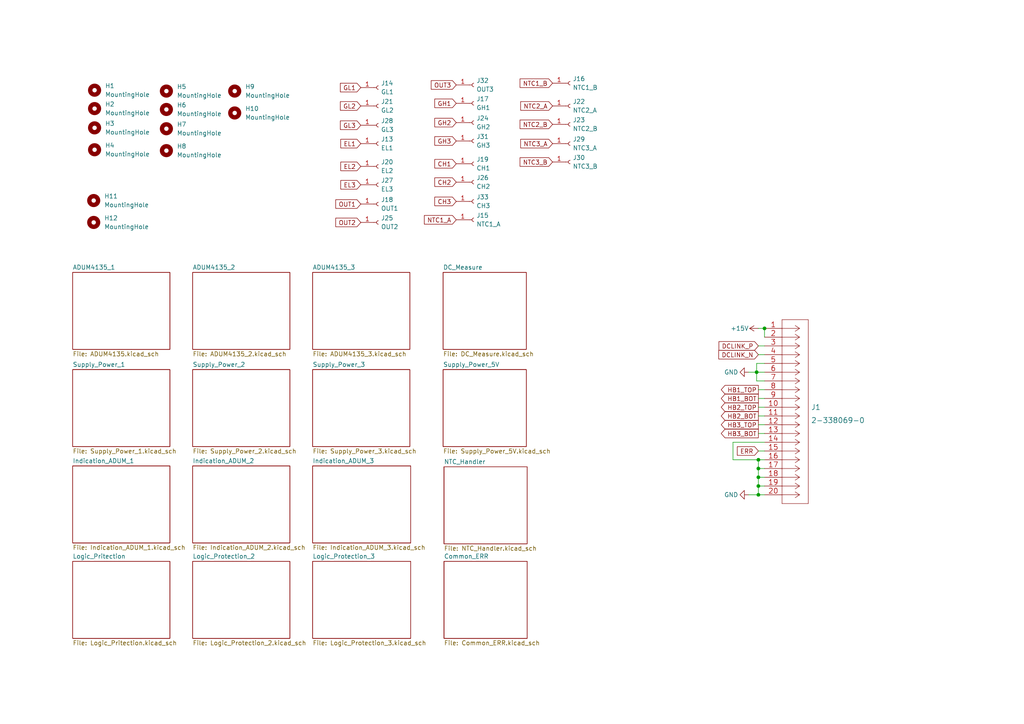
<source format=kicad_sch>
(kicad_sch (version 20211123) (generator eeschema)
  (paper "A4")
  (lib_symbols
    (symbol "Connector:Conn_01x01_Female" (pin_names (offset 1.016) hide)
      (property "Reference" "J" (at 0 2.54 0))
      (property "Value" "Conn_01x01_Female" (at 0 -2.54 0))
      (symbol "Conn_01x01_Female_1_1"
        (polyline (pts (xy -1.27 0) (xy -0.508 0)) (stroke (width 0.1524)))
        (arc (start 0 0.508) (mid -0.508 0) (end 0 -0.508) (stroke (width 0.1524)))
        (pin passive line (at -5.08 0 0) (length 3.81) (name "Pin_1") (number "1"))
      )
    )
    (symbol "Connector_My:2-338069-0" (pin_names (offset 0.254) hide)
      (property "Reference" "J" (at 8.89 6.35 0))
      (property "Value" "2-338069-0" (at 10.16 -53.594 0))
      (symbol "2-338069-0_1_1"
        (polyline (pts (xy 5.08 -50.8) (xy 12.7 -50.8)) (stroke (width 0.127)))
        (polyline (pts (xy 5.08 2.54) (xy 5.08 -50.8)) (stroke (width 0.127)))
        (polyline (pts (xy 10.16 -48.26) (xy 5.08 -48.26)) (stroke (width 0.127)))
        (polyline (pts (xy 10.16 -48.26) (xy 8.89 -49.0982)) (stroke (width 0.127)))
        (polyline (pts (xy 10.16 -48.26) (xy 8.89 -47.4218)) (stroke (width 0.127)))
        (polyline (pts (xy 10.16 -45.72) (xy 5.08 -45.72)) (stroke (width 0.127)))
        (polyline (pts (xy 10.16 -45.72) (xy 8.89 -46.5582)) (stroke (width 0.127)))
        (polyline (pts (xy 10.16 -45.72) (xy 8.89 -44.8818)) (stroke (width 0.127)))
        (polyline (pts (xy 10.16 -43.18) (xy 5.08 -43.18)) (stroke (width 0.127)))
        (polyline (pts (xy 10.16 -43.18) (xy 8.89 -44.0182)) (stroke (width 0.127)))
        (polyline (pts (xy 10.16 -43.18) (xy 8.89 -42.3418)) (stroke (width 0.127)))
        (polyline (pts (xy 10.16 -40.64) (xy 5.08 -40.64)) (stroke (width 0.127)))
        (polyline (pts (xy 10.16 -40.64) (xy 8.89 -41.4782)) (stroke (width 0.127)))
        (polyline (pts (xy 10.16 -40.64) (xy 8.89 -39.8018)) (stroke (width 0.127)))
        (polyline (pts (xy 10.16 -38.1) (xy 5.08 -38.1)) (stroke (width 0.127)))
        (polyline (pts (xy 10.16 -38.1) (xy 8.89 -38.9382)) (stroke (width 0.127)))
        (polyline (pts (xy 10.16 -38.1) (xy 8.89 -37.2618)) (stroke (width 0.127)))
        (polyline (pts (xy 10.16 -35.56) (xy 5.08 -35.56)) (stroke (width 0.127)))
        (polyline (pts (xy 10.16 -35.56) (xy 8.89 -36.3982)) (stroke (width 0.127)))
        (polyline (pts (xy 10.16 -35.56) (xy 8.89 -34.7218)) (stroke (width 0.127)))
        (polyline (pts (xy 10.16 -33.02) (xy 5.08 -33.02)) (stroke (width 0.127)))
        (polyline (pts (xy 10.16 -33.02) (xy 8.89 -33.8582)) (stroke (width 0.127)))
        (polyline (pts (xy 10.16 -33.02) (xy 8.89 -32.1818)) (stroke (width 0.127)))
        (polyline (pts (xy 10.16 -30.48) (xy 5.08 -30.48)) (stroke (width 0.127)))
        (polyline (pts (xy 10.16 -30.48) (xy 8.89 -31.3182)) (stroke (width 0.127)))
        (polyline (pts (xy 10.16 -30.48) (xy 8.89 -29.6418)) (stroke (width 0.127)))
        (polyline (pts (xy 10.16 -27.94) (xy 5.08 -27.94)) (stroke (width 0.127)))
        (polyline (pts (xy 10.16 -27.94) (xy 8.89 -28.7782)) (stroke (width 0.127)))
        (polyline (pts (xy 10.16 -27.94) (xy 8.89 -27.1018)) (stroke (width 0.127)))
        (polyline (pts (xy 10.16 -25.4) (xy 5.08 -25.4)) (stroke (width 0.127)))
        (polyline (pts (xy 10.16 -25.4) (xy 8.89 -26.2382)) (stroke (width 0.127)))
        (polyline (pts (xy 10.16 -25.4) (xy 8.89 -24.5618)) (stroke (width 0.127)))
        (polyline (pts (xy 10.16 -22.86) (xy 5.08 -22.86)) (stroke (width 0.127)))
        (polyline (pts (xy 10.16 -22.86) (xy 8.89 -23.6982)) (stroke (width 0.127)))
        (polyline (pts (xy 10.16 -22.86) (xy 8.89 -22.0218)) (stroke (width 0.127)))
        (polyline (pts (xy 10.16 -20.32) (xy 5.08 -20.32)) (stroke (width 0.127)))
        (polyline (pts (xy 10.16 -20.32) (xy 8.89 -21.1582)) (stroke (width 0.127)))
        (polyline (pts (xy 10.16 -20.32) (xy 8.89 -19.4818)) (stroke (width 0.127)))
        (polyline (pts (xy 10.16 -17.78) (xy 5.08 -17.78)) (stroke (width 0.127)))
        (polyline (pts (xy 10.16 -17.78) (xy 8.89 -18.6182)) (stroke (width 0.127)))
        (polyline (pts (xy 10.16 -17.78) (xy 8.89 -16.9418)) (stroke (width 0.127)))
        (polyline (pts (xy 10.16 -15.24) (xy 5.08 -15.24)) (stroke (width 0.127)))
        (polyline (pts (xy 10.16 -15.24) (xy 8.89 -16.0782)) (stroke (width 0.127)))
        (polyline (pts (xy 10.16 -15.24) (xy 8.89 -14.4018)) (stroke (width 0.127)))
        (polyline (pts (xy 10.16 -12.7) (xy 5.08 -12.7)) (stroke (width 0.127)))
        (polyline (pts (xy 10.16 -12.7) (xy 8.89 -13.5382)) (stroke (width 0.127)))
        (polyline (pts (xy 10.16 -12.7) (xy 8.89 -11.8618)) (stroke (width 0.127)))
        (polyline (pts (xy 10.16 -10.16) (xy 5.08 -10.16)) (stroke (width 0.127)))
        (polyline (pts (xy 10.16 -10.16) (xy 8.89 -10.9982)) (stroke (width 0.127)))
        (polyline (pts (xy 10.16 -10.16) (xy 8.89 -9.3218)) (stroke (width 0.127)))
        (polyline (pts (xy 10.16 -7.62) (xy 5.08 -7.62)) (stroke (width 0.127)))
        (polyline (pts (xy 10.16 -7.62) (xy 8.89 -8.4582)) (stroke (width 0.127)))
        (polyline (pts (xy 10.16 -7.62) (xy 8.89 -6.7818)) (stroke (width 0.127)))
        (polyline (pts (xy 10.16 -5.08) (xy 5.08 -5.08)) (stroke (width 0.127)))
        (polyline (pts (xy 10.16 -5.08) (xy 8.89 -5.9182)) (stroke (width 0.127)))
        (polyline (pts (xy 10.16 -5.08) (xy 8.89 -4.2418)) (stroke (width 0.127)))
        (polyline (pts (xy 10.16 -2.54) (xy 5.08 -2.54)) (stroke (width 0.127)))
        (polyline (pts (xy 10.16 -2.54) (xy 8.89 -3.3782)) (stroke (width 0.127)))
        (polyline (pts (xy 10.16 -2.54) (xy 8.89 -1.7018)) (stroke (width 0.127)))
        (polyline (pts (xy 10.16 0) (xy 5.08 0)) (stroke (width 0.127)))
        (polyline (pts (xy 10.16 0) (xy 8.89 -0.8382)) (stroke (width 0.127)))
        (polyline (pts (xy 10.16 0) (xy 8.89 0.8382)) (stroke (width 0.127)))
        (polyline (pts (xy 12.7 -50.8) (xy 12.7 2.54)) (stroke (width 0.127)))
        (polyline (pts (xy 12.7 2.54) (xy 5.08 2.54)) (stroke (width 0.127)))
        (pin unspecified line (at 0 0 0) (length 5.08) (name "1") (number "1"))
        (pin unspecified line (at 0 -22.86 0) (length 5.08) (name "10") (number "10"))
        (pin unspecified line (at 0 -25.4 0) (length 5.08) (name "11") (number "11"))
        (pin unspecified line (at 0 -27.94 0) (length 5.08) (name "12") (number "12"))
        (pin unspecified line (at 0 -30.48 0) (length 5.08) (name "13") (number "13"))
        (pin unspecified line (at 0 -33.02 0) (length 5.08) (name "14") (number "14"))
        (pin unspecified line (at 0 -35.56 0) (length 5.08) (name "15") (number "15"))
        (pin unspecified line (at 0 -38.1 0) (length 5.08) (name "16") (number "16"))
        (pin unspecified line (at 0 -40.64 0) (length 5.08) (name "17") (number "17"))
        (pin unspecified line (at 0 -43.18 0) (length 5.08) (name "18") (number "18"))
        (pin unspecified line (at 0 -45.72 0) (length 5.08) (name "19") (number "19"))
        (pin unspecified line (at 0 -2.54 0) (length 5.08) (name "2") (number "2"))
        (pin unspecified line (at 0 -48.26 0) (length 5.08) (name "20") (number "20"))
        (pin unspecified line (at 0 -5.08 0) (length 5.08) (name "3") (number "3"))
        (pin unspecified line (at 0 -7.62 0) (length 5.08) (name "4") (number "4"))
        (pin unspecified line (at 0 -10.16 0) (length 5.08) (name "5") (number "5"))
        (pin unspecified line (at 0 -12.7 0) (length 5.08) (name "6") (number "6"))
        (pin unspecified line (at 0 -15.24 0) (length 5.08) (name "7") (number "7"))
        (pin unspecified line (at 0 -17.78 0) (length 5.08) (name "8") (number "8"))
        (pin unspecified line (at 0 -20.32 0) (length 5.08) (name "9") (number "9"))
      )
    )
    (symbol "Mechanical:MountingHole" (pin_names (offset 1.016))
      (property "Reference" "H" (at 0 5.08 0))
      (property "Value" "MountingHole" (at 0 3.175 0))
      (symbol "MountingHole_0_1"
        (circle (center 0 0) (radius 1.27) (stroke (width 1.27)))
      )
    )
    (symbol "power:+15V" (power) (pin_names (offset 0))
      (property "Value" "+15V" (at 0 3.556 0))
      (symbol "+15V_0_1"
        (polyline (pts (xy -0.762 1.27) (xy 0 2.54)))
        (polyline (pts (xy 0 0) (xy 0 2.54)))
        (polyline (pts (xy 0 2.54) (xy 0.762 1.27)))
      )
      (symbol "+15V_1_1"
        (pin power_in line (at 0 0 90) (length 0) hide (name "+15V") (number "1"))
      )
    )
    (symbol "power:GND" (power) (pin_names (offset 0))
      (property "Value" "GND" (at 0 -3.81 0))
      (symbol "GND_0_1"
        (polyline (pts (xy 0 0) (xy 0 -1.27) (xy 1.27 -1.27) (xy 0 -2.54) (xy -1.27 -1.27) (xy 0 -1.27)))
      )
      (symbol "GND_1_1"
        (pin power_in line (at 0 0 270) (length 0) hide (name "GND") (number "1"))
      )
    )
  )
  (junction (at 219.456 107.95))
  (junction (at 219.964 140.97))
  (junction (at 219.964 135.89))
  (junction (at 221.742 95.25))
  (junction (at 219.964 138.43))
  (junction (at 219.964 143.51))
  (junction (at 219.964 133.35))
  (wire (pts (xy 221.742 128.27) (xy 212.598 128.27)))
  (wire (pts (xy 219.964 123.19) (xy 221.742 123.19)))
  (wire (pts (xy 221.742 138.43) (xy 219.964 138.43)))
  (wire (pts (xy 219.964 135.89) (xy 219.964 138.43)))
  (wire (pts (xy 212.598 133.35) (xy 219.964 133.35)))
  (wire (pts (xy 219.964 100.33) (xy 221.742 100.33)))
  (wire (pts (xy 219.456 110.49) (xy 219.456 107.95)))
  (wire (pts (xy 217.17 143.51) (xy 219.964 143.51)))
  (wire (pts (xy 221.742 95.25) (xy 221.742 97.79)))
  (wire (pts (xy 219.964 113.03) (xy 221.742 113.03)))
  (wire (pts (xy 217.17 107.95) (xy 219.456 107.95)))
  (wire (pts (xy 221.742 133.35) (xy 219.964 133.35)))
  (wire (pts (xy 221.742 110.49) (xy 219.456 110.49)))
  (wire (pts (xy 219.964 115.57) (xy 221.742 115.57)))
  (wire (pts (xy 221.742 105.41) (xy 219.456 105.41)))
  (wire (pts (xy 219.964 140.97) (xy 219.964 143.51)))
  (wire (pts (xy 219.964 143.51) (xy 221.742 143.51)))
  (wire (pts (xy 221.742 140.97) (xy 219.964 140.97)))
  (wire (pts (xy 219.964 138.43) (xy 219.964 140.97)))
  (wire (pts (xy 219.964 118.11) (xy 221.742 118.11)))
  (wire (pts (xy 219.456 105.41) (xy 219.456 107.95)))
  (wire (pts (xy 219.964 120.65) (xy 221.742 120.65)))
  (wire (pts (xy 221.742 135.89) (xy 219.964 135.89)))
  (wire (pts (xy 219.964 102.87) (xy 221.742 102.87)))
  (wire (pts (xy 212.598 128.27) (xy 212.598 133.35)))
  (wire (pts (xy 219.456 107.95) (xy 221.742 107.95)))
  (wire (pts (xy 219.964 133.35) (xy 219.964 135.89)))
  (wire (pts (xy 219.964 130.81) (xy 221.742 130.81)))
  (wire (pts (xy 219.964 95.25) (xy 221.742 95.25)))
  (wire (pts (xy 219.964 125.73) (xy 221.742 125.73)))
  (global_label "ERR" (shape input) (at 219.964 130.81 180) (property "Intersheet References" "${INTERSHEET_REFS}" (effects hide)))
  (global_label "CH1" (shape input) (at 132.334 47.498 180) (property "Intersheet References" "${INTERSHEET_REFS}" (effects hide)))
  (global_label "HB3_TOP" (shape output) (at 219.964 123.19 180) (property "Intersheet References" "${INTERSHEET_REFS}" (effects hide)))
  (global_label "OUT1" (shape input) (at 104.648 59.182 180) (property "Intersheet References" "${INTERSHEET_REFS}" (effects hide)))
  (global_label "NTC1_B" (shape input) (at 160.274 24.13 180) (property "Intersheet References" "${INTERSHEET_REFS}" (effects hide)))
  (global_label "EL1" (shape input) (at 104.648 41.656 180) (property "Intersheet References" "${INTERSHEET_REFS}" (effects hide)))
  (global_label "DCLINK_P" (shape input) (at 219.964 100.33 180) (property "Intersheet References" "${INTERSHEET_REFS}" (effects hide)))
  (global_label "GH2" (shape input) (at 132.334 35.56 180) (property "Intersheet References" "${INTERSHEET_REFS}" (effects hide)))
  (global_label "GL3" (shape input) (at 104.648 36.322 180) (property "Intersheet References" "${INTERSHEET_REFS}" (effects hide)))
  (global_label "GH3" (shape input) (at 132.334 40.894 180) (property "Intersheet References" "${INTERSHEET_REFS}" (effects hide)))
  (global_label "OUT3" (shape input) (at 132.334 24.638 180) (property "Intersheet References" "${INTERSHEET_REFS}" (effects hide)))
  (global_label "HB1_TOP" (shape output) (at 219.964 113.03 180) (property "Intersheet References" "${INTERSHEET_REFS}" (effects hide)))
  (global_label "NTC3_A" (shape input) (at 160.274 41.656 180) (property "Intersheet References" "${INTERSHEET_REFS}" (effects hide)))
  (global_label "NTC3_B" (shape input) (at 160.274 46.99 180) (property "Intersheet References" "${INTERSHEET_REFS}" (effects hide)))
  (global_label "EL2" (shape input) (at 104.648 48.26 180) (property "Intersheet References" "${INTERSHEET_REFS}" (effects hide)))
  (global_label "NTC2_A" (shape input) (at 160.274 30.734 180) (property "Intersheet References" "${INTERSHEET_REFS}" (effects hide)))
  (global_label "OUT2" (shape input) (at 104.648 64.516 180) (property "Intersheet References" "${INTERSHEET_REFS}" (effects hide)))
  (global_label "CH3" (shape input) (at 132.334 58.42 180) (property "Intersheet References" "${INTERSHEET_REFS}" (effects hide)))
  (global_label "HB3_BOT" (shape output) (at 219.964 125.73 180) (property "Intersheet References" "${INTERSHEET_REFS}" (effects hide)))
  (global_label "HB2_TOP" (shape output) (at 219.964 118.11 180) (property "Intersheet References" "${INTERSHEET_REFS}" (effects hide)))
  (global_label "HB1_BOT" (shape output) (at 219.964 115.57 180) (property "Intersheet References" "${INTERSHEET_REFS}" (effects hide)))
  (global_label "NTC2_B" (shape input) (at 160.274 36.068 180) (property "Intersheet References" "${INTERSHEET_REFS}" (effects hide)))
  (global_label "NTC1_A" (shape input) (at 132.334 63.754 180) (property "Intersheet References" "${INTERSHEET_REFS}" (effects hide)))
  (global_label "HB2_BOT" (shape output) (at 219.964 120.65 180) (property "Intersheet References" "${INTERSHEET_REFS}" (effects hide)))
  (global_label "EL3" (shape input) (at 104.648 53.594 180) (property "Intersheet References" "${INTERSHEET_REFS}" (effects hide)))
  (global_label "GL1" (shape input) (at 104.648 25.4 180) (property "Intersheet References" "${INTERSHEET_REFS}" (effects hide)))
  (global_label "GL2" (shape input) (at 104.648 30.734 180) (property "Intersheet References" "${INTERSHEET_REFS}" (effects hide)))
  (global_label "DCLINK_N" (shape input) (at 219.964 102.87 180) (property "Intersheet References" "${INTERSHEET_REFS}" (effects hide)))
  (global_label "CH2" (shape input) (at 132.334 52.832 180) (property "Intersheet References" "${INTERSHEET_REFS}" (effects hide)))
  (global_label "GH1" (shape input) (at 132.334 29.972 180) (property "Intersheet References" "${INTERSHEET_REFS}" (effects hide)))
  (symbol (lib_id "Mechanical:MountingHole") (at 27.178 64.516 0) (unit 1)
    (property "Reference" "H12" (at 30.226 63.2459 0) (effects (justify left)))
    (property "Value" "MountingHole" (at 30.226 65.7859 0) (effects (justify left)))
    (property "Footprint" "MountingHole:MountingHole_4.3mm_M4" (effects hide))
  )
  (symbol (lib_id "Connector:Conn_01x01_Female") (at 109.728 53.594 0) (unit 1)
    (property "Reference" "J27" (at 110.49 52.3239 0) (effects (justify left)))
    (property "Value" "EL3" (at 110.49 54.8639 0) (effects (justify left)))
    (property "Footprint" "SKiM459GD12E4 V2_smd:SKiM459GD12E4 V2_SMD_Pin" (effects hide))
  )
  (symbol (lib_id "Mechanical:MountingHole") (at 27.432 37.084 0) (unit 1)
    (property "Reference" "H3" (at 30.48 35.8139 0) (effects (justify left)))
    (property "Value" "MountingHole" (at 30.48 38.3539 0) (effects (justify left)))
    (property "Footprint" "MountingHole:MountingHole_3.2mm_M3" (effects hide))
  )
  (symbol (lib_id "Connector:Conn_01x01_Female") (at 109.728 36.322 0) (unit 1)
    (property "Reference" "J28" (at 110.49 35.0519 0) (effects (justify left)))
    (property "Value" "GL3" (at 110.49 37.5919 0) (effects (justify left)))
    (property "Footprint" "SKiM459GD12E4 V2_smd:SKiM459GD12E4 V2_SMD_Pin" (effects hide))
  )
  (symbol (lib_id "Connector:Conn_01x01_Female") (at 109.728 30.734 0) (unit 1)
    (property "Reference" "J21" (at 110.49 29.4639 0) (effects (justify left)))
    (property "Value" "GL2" (at 110.49 32.0039 0) (effects (justify left)))
    (property "Footprint" "SKiM459GD12E4 V2_smd:SKiM459GD12E4 V2_SMD_Pin" (effects hide))
  )
  (symbol (lib_id "Mechanical:MountingHole") (at 27.178 58.166 0) (unit 1)
    (property "Reference" "H11" (at 30.226 56.8959 0) (effects (justify left)))
    (property "Value" "MountingHole" (at 30.226 59.4359 0) (effects (justify left)))
    (property "Footprint" "MountingHole:MountingHole_4.3mm_M4" (effects hide))
  )
  (symbol (lib_id "Connector:Conn_01x01_Female") (at 165.354 30.734 0) (unit 1)
    (property "Reference" "J22" (at 166.116 29.4639 0) (effects (justify left)))
    (property "Value" "NTC2_A" (at 166.116 32.0039 0) (effects (justify left)))
    (property "Footprint" "SKiM459GD12E4 V2_smd:SKiM459GD12E4 V2_SMD_Pin" (effects hide))
  )
  (symbol (lib_id "Connector_My:2-338069-0") (at 221.742 95.25 0) (unit 1)
    (property "Reference" "J1" (at 235.204 118.11 0) (effects (font (size 1.524 1.524)) (justify left)))
    (property "Value" "2-338069-0" (at 235.204 121.92 0) (effects (font (size 1.524 1.524)) (justify left)))
    (property "Footprint" "Connector_My:2-338069-0" (effects hide))
  )
  (symbol (lib_id "Connector:Conn_01x01_Female") (at 165.354 24.13 0) (unit 1)
    (property "Reference" "J16" (at 166.116 22.8599 0) (effects (justify left)))
    (property "Value" "NTC1_B" (at 166.116 25.3999 0) (effects (justify left)))
    (property "Footprint" "SKiM459GD12E4 V2_smd:SKiM459GD12E4 V2_SMD_Pin" (effects hide))
  )
  (symbol (lib_id "Connector:Conn_01x01_Female") (at 165.354 36.068 0) (unit 1)
    (property "Reference" "J23" (at 166.116 34.7979 0) (effects (justify left)))
    (property "Value" "NTC2_B" (at 166.116 37.3379 0) (effects (justify left)))
    (property "Footprint" "SKiM459GD12E4 V2_smd:SKiM459GD12E4 V2_SMD_Pin" (effects hide))
  )
  (symbol (lib_id "Mechanical:MountingHole") (at 68.072 26.416 0) (unit 1)
    (property "Reference" "H9" (at 71.12 25.1459 0) (effects (justify left)))
    (property "Value" "MountingHole" (at 71.12 27.6859 0) (effects (justify left)))
    (property "Footprint" "MountingHole:MountingHole_3.2mm_M3" (effects hide))
  )
  (symbol (lib_id "power:+15V") (at 219.964 95.25 90) (unit 1)
    (property "Reference" "#PWR0213" (effects hide))
    (property "Value" "+15V" (at 217.17 95.25 90) (effects (justify left)))
  )
  (symbol (lib_id "Connector:Conn_01x01_Female") (at 137.414 58.42 0) (unit 1)
    (property "Reference" "J33" (at 138.176 57.1499 0) (effects (justify left)))
    (property "Value" "CH3" (at 138.176 59.6899 0) (effects (justify left)))
    (property "Footprint" "SKiM459GD12E4 V2_smd:SKiM459GD12E4 V2_SMD_Pin" (effects hide))
  )
  (symbol (lib_id "Connector:Conn_01x01_Female") (at 137.414 47.498 0) (unit 1)
    (property "Reference" "J19" (at 138.176 46.2279 0) (effects (justify left)))
    (property "Value" "CH1" (at 138.176 48.7679 0) (effects (justify left)))
    (property "Footprint" "SKiM459GD12E4 V2_smd:SKiM459GD12E4 V2_SMD_Pin" (effects hide))
  )
  (symbol (lib_id "Mechanical:MountingHole") (at 48.26 31.75 0) (unit 1)
    (property "Reference" "H6" (at 51.308 30.4799 0) (effects (justify left)))
    (property "Value" "MountingHole" (at 51.308 33.0199 0) (effects (justify left)))
    (property "Footprint" "MountingHole:MountingHole_3.2mm_M3" (effects hide))
  )
  (symbol (lib_id "Connector:Conn_01x01_Female") (at 137.414 35.56 0) (unit 1)
    (property "Reference" "J24" (at 138.176 34.2899 0) (effects (justify left)))
    (property "Value" "GH2" (at 138.176 36.8299 0) (effects (justify left)))
    (property "Footprint" "SKiM459GD12E4 V2_smd:SKiM459GD12E4 V2_SMD_Pin" (effects hide))
  )
  (symbol (lib_id "Connector:Conn_01x01_Female") (at 165.354 41.656 0) (unit 1)
    (property "Reference" "J29" (at 166.116 40.3859 0) (effects (justify left)))
    (property "Value" "NTC3_A" (at 166.116 42.9259 0) (effects (justify left)))
    (property "Footprint" "SKiM459GD12E4 V2_smd:SKiM459GD12E4 V2_SMD_Pin" (effects hide))
  )
  (symbol (lib_id "Mechanical:MountingHole") (at 27.432 43.434 0) (unit 1)
    (property "Reference" "H4" (at 30.48 42.1639 0) (effects (justify left)))
    (property "Value" "MountingHole" (at 30.48 44.7039 0) (effects (justify left)))
    (property "Footprint" "MountingHole:MountingHole_3.2mm_M3" (effects hide))
  )
  (symbol (lib_id "Connector:Conn_01x01_Female") (at 109.728 25.4 0) (unit 1)
    (property "Reference" "J14" (at 110.49 24.1299 0) (effects (justify left)))
    (property "Value" "GL1" (at 110.49 26.6699 0) (effects (justify left)))
    (property "Footprint" "SKiM459GD12E4 V2_smd:SKiM459GD12E4 V2_SMD_Pin" (effects hide))
  )
  (symbol (lib_id "Mechanical:MountingHole") (at 27.432 26.162 0) (unit 1)
    (property "Reference" "H1" (at 30.48 24.8919 0) (effects (justify left)))
    (property "Value" "MountingHole" (at 30.48 27.4319 0) (effects (justify left)))
    (property "Footprint" "MountingHole:MountingHole_3.2mm_M3" (effects hide))
  )
  (symbol (lib_id "Connector:Conn_01x01_Female") (at 137.414 40.894 0) (unit 1)
    (property "Reference" "J31" (at 138.176 39.6239 0) (effects (justify left)))
    (property "Value" "GH3" (at 138.176 42.1639 0) (effects (justify left)))
    (property "Footprint" "SKiM459GD12E4 V2_smd:SKiM459GD12E4 V2_SMD_Pin" (effects hide))
  )
  (symbol (lib_id "Connector:Conn_01x01_Female") (at 137.414 52.832 0) (unit 1)
    (property "Reference" "J26" (at 138.176 51.5619 0) (effects (justify left)))
    (property "Value" "CH2" (at 138.176 54.1019 0) (effects (justify left)))
    (property "Footprint" "SKiM459GD12E4 V2_smd:SKiM459GD12E4 V2_SMD_Pin" (effects hide))
  )
  (symbol (lib_id "Mechanical:MountingHole") (at 48.26 26.416 0) (unit 1)
    (property "Reference" "H5" (at 51.308 25.1459 0) (effects (justify left)))
    (property "Value" "MountingHole" (at 51.308 27.6859 0) (effects (justify left)))
    (property "Footprint" "MountingHole:MountingHole_3.2mm_M3" (effects hide))
  )
  (symbol (lib_id "power:GND") (at 217.17 107.95 270) (unit 1)
    (property "Reference" "#PWR0212" (effects hide))
    (property "Value" "GND" (at 214.122 107.95 90) (effects (justify right)))
  )
  (symbol (lib_id "power:GND") (at 217.17 143.51 270) (unit 1)
    (property "Reference" "#PWR0211" (effects hide))
    (property "Value" "GND" (at 214.122 143.51 90) (effects (justify right)))
  )
  (symbol (lib_id "Mechanical:MountingHole") (at 27.432 31.496 0) (unit 1)
    (property "Reference" "H2" (at 30.48 30.2259 0) (effects (justify left)))
    (property "Value" "MountingHole" (at 30.48 32.7659 0) (effects (justify left)))
    (property "Footprint" "MountingHole:MountingHole_3.2mm_M3" (effects hide))
  )
  (symbol (lib_id "Connector:Conn_01x01_Female") (at 109.728 41.656 0) (unit 1)
    (property "Reference" "J13" (at 110.49 40.3859 0) (effects (justify left)))
    (property "Value" "EL1" (at 110.49 42.9259 0) (effects (justify left)))
    (property "Footprint" "SKiM459GD12E4 V2_smd:SKiM459GD12E4 V2_SMD_Pin" (effects hide))
  )
  (symbol (lib_id "Connector:Conn_01x01_Female") (at 137.414 29.972 0) (unit 1)
    (property "Reference" "J17" (at 138.176 28.7019 0) (effects (justify left)))
    (property "Value" "GH1" (at 138.176 31.2419 0) (effects (justify left)))
    (property "Footprint" "SKiM459GD12E4 V2_smd:SKiM459GD12E4 V2_SMD_Pin" (effects hide))
  )
  (symbol (lib_id "Connector:Conn_01x01_Female") (at 109.728 59.182 0) (unit 1)
    (property "Reference" "J18" (at 110.49 57.9119 0) (effects (justify left)))
    (property "Value" "OUT1" (at 110.49 60.4519 0) (effects (justify left)))
    (property "Footprint" "SKiM459GD12E4 V2_smd:SKiM459GD12E4 V2_SMD_Pin" (effects hide))
  )
  (symbol (lib_id "Mechanical:MountingHole") (at 68.072 32.766 0) (unit 1)
    (property "Reference" "H10" (at 71.12 31.4959 0) (effects (justify left)))
    (property "Value" "MountingHole" (at 71.12 34.0359 0) (effects (justify left)))
    (property "Footprint" "MountingHole:MountingHole_3.2mm_M3" (effects hide))
  )
  (symbol (lib_id "Mechanical:MountingHole") (at 48.26 43.688 0) (unit 1)
    (property "Reference" "H8" (at 51.308 42.4179 0) (effects (justify left)))
    (property "Value" "MountingHole" (at 51.308 44.9579 0) (effects (justify left)))
    (property "Footprint" "MountingHole:MountingHole_3.2mm_M3" (effects hide))
  )
  (symbol (lib_id "Connector:Conn_01x01_Female") (at 109.728 48.26 0) (unit 1)
    (property "Reference" "J20" (at 110.49 46.9899 0) (effects (justify left)))
    (property "Value" "EL2" (at 110.49 49.5299 0) (effects (justify left)))
    (property "Footprint" "SKiM459GD12E4 V2_smd:SKiM459GD12E4 V2_SMD_Pin" (effects hide))
  )
  (symbol (lib_id "Connector:Conn_01x01_Female") (at 137.414 63.754 0) (unit 1)
    (property "Reference" "J15" (at 138.176 62.4839 0) (effects (justify left)))
    (property "Value" "NTC1_A" (at 138.176 65.0239 0) (effects (justify left)))
    (property "Footprint" "SKiM459GD12E4 V2_smd:SKiM459GD12E4 V2_SMD_Pin" (effects hide))
  )
  (symbol (lib_id "Connector:Conn_01x01_Female") (at 109.728 64.516 0) (unit 1)
    (property "Reference" "J25" (at 110.49 63.2459 0) (effects (justify left)))
    (property "Value" "OUT2" (at 110.49 65.7859 0) (effects (justify left)))
    (property "Footprint" "SKiM459GD12E4 V2_smd:SKiM459GD12E4 V2_SMD_Pin" (effects hide))
  )
  (symbol (lib_id "Connector:Conn_01x01_Female") (at 165.354 46.99 0) (unit 1)
    (property "Reference" "J30" (at 166.116 45.7199 0) (effects (justify left)))
    (property "Value" "NTC3_B" (at 166.116 48.2599 0) (effects (justify left)))
    (property "Footprint" "SKiM459GD12E4 V2_smd:SKiM459GD12E4 V2_SMD_Pin" (effects hide))
  )
  (symbol (lib_id "Mechanical:MountingHole") (at 48.26 37.338 0) (unit 1)
    (property "Reference" "H7" (at 51.308 36.0679 0) (effects (justify left)))
    (property "Value" "MountingHole" (at 51.308 38.6079 0) (effects (justify left)))
    (property "Footprint" "MountingHole:MountingHole_3.2mm_M3" (effects hide))
  )
  (symbol (lib_id "Connector:Conn_01x01_Female") (at 137.414 24.638 0) (unit 1)
    (property "Reference" "J32" (at 138.176 23.3679 0) (effects (justify left)))
    (property "Value" "OUT3" (at 138.176 25.9079 0) (effects (justify left)))
    (property "Footprint" "SKiM459GD12E4 V2_smd:SKiM459GD12E4 V2_SMD_Pin" (effects hide))
  )
  (sheet (at 55.88 162.814) (size 28.194 22.352) (stroke (width 0.1524))
    (property "Sheet name" "Logic_Protection_2" (at 55.88 162.1024 0) (effects (justify left bottom)))
    (property "Sheet file" "Logic_Protection_2.kicad_sch" (at 55.88 185.7506 0) (effects (justify left top)))
  )
  (sheet (at 55.88 135.128) (size 28.194 22.352) (stroke (width 0.1524))
    (property "Sheet name" "Indication_ADUM_2" (at 55.88 134.4164 0) (effects (justify left bottom)))
    (property "Sheet file" "Indication_ADUM_2.kicad_sch" (at 55.88 158.0646 0) (effects (justify left top)))
  )
  (sheet (at 90.678 107.188) (size 28.194 22.352) (stroke (width 0.1524))
    (property "Sheet name" "Supply_Power_3" (at 90.678 106.4764 0) (effects (justify left bottom)))
    (property "Sheet file" "Supply_Power_3.kicad_sch" (at 90.678 130.1246 0) (effects (justify left top)))
  )
  (sheet (at 90.678 78.994) (size 28.194 22.352) (stroke (width 0.1524))
    (property "Sheet name" "ADUM4135_3" (at 90.678 78.2824 0) (effects (justify left bottom)))
    (property "Sheet file" "ADUM4135_3.kicad_sch" (at 90.678 101.9306 0) (effects (justify left top)))
  )
  (sheet (at 128.778 162.814) (size 24.13 22.352) (stroke (width 0.1524))
    (property "Sheet name" "Common_ERR" (at 128.778 162.1024 0) (effects (justify left bottom)))
    (property "Sheet file" "Common_ERR.kicad_sch" (at 128.778 185.7506 0) (effects (justify left top)))
  )
  (sheet (at 128.778 135.382) (size 24.13 22.352) (stroke (width 0.1524))
    (property "Sheet name" "NTC_Handler" (at 128.778 134.6704 0) (effects (justify left bottom)))
    (property "Sheet file" "NTC_Handler.kicad_sch" (at 128.778 158.3186 0) (effects (justify left top)))
  )
  (sheet (at 128.524 107.188) (size 24.13 22.352) (stroke (width 0.1524))
    (property "Sheet name" "Supply_Power_5V" (at 128.524 106.4764 0) (effects (justify left bottom)))
    (property "Sheet file" "Supply_Power_5V.kicad_sch" (at 128.524 130.1246 0) (effects (justify left top)))
  )
  (sheet (at 21.082 135.128) (size 28.194 22.352) (stroke (width 0.1524))
    (property "Sheet name" "Indication_ADUM_1" (at 21.082 134.4164 0) (effects (justify left bottom)))
    (property "Sheet file" "Indication_ADUM_1.kicad_sch" (at 21.082 158.0646 0) (effects (justify left top)))
  )
  (sheet (at 21.082 78.994) (size 28.194 22.352) (stroke (width 0.1524))
    (property "Sheet name" "ADUM4135_1" (at 21.082 78.2824 0) (effects (justify left bottom)))
    (property "Sheet file" "ADUM4135.kicad_sch" (at 21.082 101.9306 0) (effects (justify left top)))
  )
  (sheet (at 55.88 107.188) (size 28.194 22.352) (stroke (width 0.1524))
    (property "Sheet name" "Supply_Power_2" (at 55.88 106.4764 0) (effects (justify left bottom)))
    (property "Sheet file" "Supply_Power_2.kicad_sch" (at 55.88 130.1246 0) (effects (justify left top)))
  )
  (sheet (at 128.524 78.994) (size 24.13 22.352) (stroke (width 0.1524))
    (property "Sheet name" "DC_Measure" (at 128.524 78.2824 0) (effects (justify left bottom)))
    (property "Sheet file" "DC_Measure.kicad_sch" (at 128.524 101.9306 0) (effects (justify left top)))
  )
  (sheet (at 55.88 78.994) (size 28.194 22.352) (stroke (width 0.1524))
    (property "Sheet name" "ADUM4135_2" (at 55.88 78.2824 0) (effects (justify left bottom)))
    (property "Sheet file" "ADUM4135_2.kicad_sch" (at 55.88 101.9306 0) (effects (justify left top)))
  )
  (sheet (at 90.678 135.128) (size 28.448 22.352) (stroke (width 0.1524))
    (property "Sheet name" "Indication_ADUM_3" (at 90.678 134.4164 0) (effects (justify left bottom)))
    (property "Sheet file" "Indication_ADUM_3.kicad_sch" (at 90.678 158.0646 0) (effects (justify left top)))
  )
  (sheet (at 21.082 162.814) (size 28.194 22.352) (stroke (width 0.1524))
    (property "Sheet name" "Logic_Pritection" (at 21.082 162.1024 0) (effects (justify left bottom)))
    (property "Sheet file" "Logic_Pritection.kicad_sch" (at 21.082 185.7506 0) (effects (justify left top)))
  )
  (sheet (at 90.678 162.814) (size 28.448 22.352) (stroke (width 0.1524))
    (property "Sheet name" "Logic_Protection_3" (at 90.678 162.1024 0) (effects (justify left bottom)))
    (property "Sheet file" "Logic_Protection_3.kicad_sch" (at 90.678 185.7506 0) (effects (justify left top)))
  )
  (sheet (at 21.082 107.188) (size 28.194 22.352) (stroke (width 0.1524))
    (property "Sheet name" "Supply_Power_1" (at 21.082 106.4764 0) (effects (justify left bottom)))
    (property "Sheet file" "Supply_Power_1.kicad_sch" (at 21.082 130.1246 0) (effects (justify left top)))
  )
)
</source>
